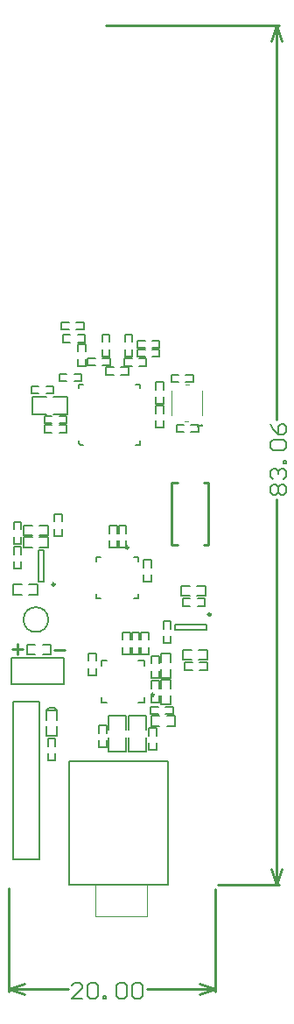
<source format=gto>
%FSLAX24Y24*%
%MOIN*%
G70*
G01*
G75*
G04 Layer_Color=65535*
%ADD10C,0.0197*%
%ADD11C,0.0276*%
%ADD12R,0.0250X0.0200*%
%ADD13R,0.0827X0.0689*%
%ADD14R,0.1142X0.0689*%
%ADD15R,0.1142X0.0886*%
%ADD16R,0.0433X0.0236*%
%ADD17R,0.0300X0.0300*%
%ADD18R,0.0300X0.0300*%
%ADD19R,0.0236X0.0433*%
%ADD20R,0.0335X0.1693*%
%ADD21R,0.0200X0.0250*%
%ADD22C,0.0472*%
%ADD23R,0.1102X0.1102*%
%ADD24O,0.0256X0.0138*%
%ADD25O,0.0138X0.0256*%
%ADD26R,0.0591X0.0512*%
%ADD27R,0.0320X0.0300*%
%ADD28R,0.1024X0.1024*%
%ADD29O,0.0098X0.0276*%
%ADD30O,0.0276X0.0098*%
%ADD31R,0.0433X0.0472*%
%ADD32R,0.0354X0.0110*%
%ADD33R,0.0110X0.0354*%
%ADD34R,0.0110X0.0354*%
%ADD35R,0.0512X0.0591*%
%ADD36C,0.0250*%
%ADD37C,0.0150*%
%ADD38C,0.0100*%
%ADD39C,0.0300*%
%ADD40C,0.0400*%
%ADD41C,0.0200*%
%ADD42C,0.0080*%
%ADD43C,0.0350*%
%ADD44C,0.0120*%
%ADD45C,0.0059*%
%ADD46C,0.0500*%
%ADD47C,0.0060*%
%ADD48R,0.0579X0.0630*%
%ADD49R,0.0190X0.0515*%
%ADD50R,0.1180X0.0320*%
%ADD51R,0.0595X0.1290*%
%ADD52R,0.0400X0.0900*%
%ADD53R,0.1029X0.0407*%
%ADD54R,0.0550X0.1050*%
%ADD55R,0.0879X0.3300*%
%ADD56R,0.0570X0.1500*%
%ADD57C,0.0787*%
%ADD58C,0.0866*%
%ADD59R,0.0591X0.0591*%
%ADD60C,0.0591*%
%ADD61R,0.0591X0.0591*%
%ADD62C,0.0320*%
%ADD63C,0.0260*%
%ADD64R,0.1400X0.1000*%
%ADD65C,0.0098*%
%ADD66C,0.0039*%
%ADD67C,0.0079*%
%ADD68C,0.0050*%
%ADD69C,0.0043*%
D38*
X3700Y32700D02*
X10320D01*
X7984Y0D02*
X10320D01*
X10220Y17700D02*
Y32700D01*
Y0D02*
Y14680D01*
X10020Y32100D02*
X10220Y32700D01*
X10420Y32100D01*
X10220Y0D02*
X10420Y600D01*
X10020D02*
X10220Y0D01*
X7874Y-4070D02*
Y-150D01*
X0Y-4070D02*
Y-110D01*
X5287Y-3970D02*
X7874D01*
X0D02*
X2267D01*
X7274Y-3770D02*
X7874Y-3970D01*
X7274Y-4170D02*
X7874Y-3970D01*
X0D02*
X600Y-4170D01*
X0Y-3970D02*
X600Y-3770D01*
X7600Y12938D02*
Y15300D01*
X6222Y12938D02*
Y15300D01*
X7450Y12938D02*
X7600D01*
X6222D02*
X6450D01*
X7450Y15300D02*
X7600D01*
X6222D02*
X6450D01*
X540Y8980D02*
X140D01*
X340Y8780D02*
Y9180D01*
X2140Y8960D02*
X1740D01*
D45*
X1522Y10100D02*
G03*
X1522Y10100I-472J0D01*
G01*
D47*
X7570Y8190D02*
Y8470D01*
X6730Y8190D02*
Y8470D01*
X7290D02*
X7570D01*
X7290Y8190D02*
X7570D01*
X6730D02*
X7010D01*
X6730Y8470D02*
X7010D01*
X5810Y7890D02*
Y8210D01*
X6190Y7890D02*
Y8210D01*
Y8490D02*
Y8810D01*
X5810Y8490D02*
Y8810D01*
Y7890D02*
X6190D01*
X5810Y8810D02*
X6190D01*
X5810Y6890D02*
Y7210D01*
X6190Y6890D02*
Y7210D01*
Y7490D02*
Y7810D01*
X5810Y7490D02*
Y7810D01*
Y6890D02*
X6190D01*
X5810Y7810D02*
X6190D01*
X6040Y6060D02*
X6360D01*
X6040Y6440D02*
X6360D01*
X5440D02*
X5760D01*
X5440Y6060D02*
X5760D01*
X6360D02*
Y6440D01*
X5440Y6060D02*
Y6440D01*
X210Y12030D02*
X490D01*
X210Y12870D02*
X490D01*
X490Y12030D02*
Y12310D01*
X210Y12030D02*
Y12310D01*
X210Y12870D02*
X210Y12590D01*
X490Y12590D02*
Y12870D01*
X1760Y13280D02*
X2040D01*
X1760Y14120D02*
X2040D01*
Y13280D02*
Y13560D01*
X1760Y13280D02*
Y13560D01*
Y13840D02*
Y14120D01*
X2040Y13840D02*
Y14120D01*
X6590Y11390D02*
X6910D01*
X6590Y11010D02*
X6910D01*
X7190D02*
X7510D01*
X7190Y11390D02*
X7510D01*
X6590Y11010D02*
Y11390D01*
X7510Y11010D02*
Y11390D01*
X590Y13240D02*
X910Y13240D01*
X590Y12860D02*
X910D01*
X1190D02*
X1510D01*
X1190Y13240D02*
X1510Y13240D01*
X590Y13240D02*
X590Y12860D01*
X1510D02*
Y13240D01*
X590Y13690D02*
X910Y13690D01*
X590Y13310D02*
X910D01*
X1190D02*
X1510D01*
X1190Y13690D02*
X1510Y13690D01*
X590Y13690D02*
X590Y13310D01*
X1510D02*
X1510Y13690D01*
X790Y11060D02*
X1110Y11060D01*
X790Y11440D02*
X1110D01*
X190D02*
X510D01*
X190Y11060D02*
X510Y11060D01*
X1110Y11440D02*
X1110Y11060D01*
X190D02*
X190Y11440D01*
X6650Y8960D02*
X6970D01*
X6650Y8580D02*
X6970D01*
X7250D02*
X7570D01*
X7250Y8960D02*
X7570D01*
X6650Y8580D02*
Y8960D01*
X7570Y8580D02*
Y8960D01*
X5910Y9200D02*
X6190D01*
X5910Y10040D02*
X6190D01*
Y9200D02*
Y9480D01*
X5910Y9200D02*
Y9480D01*
Y9760D02*
Y10040D01*
X6190Y9760D02*
Y10040D01*
X1310Y8770D02*
X1630D01*
X1310Y9150D02*
X1630D01*
X710D02*
X1030D01*
X710Y8770D02*
X1030D01*
X1630Y9150D02*
X1630Y8770D01*
X710D02*
X710Y9150D01*
X5060Y8780D02*
Y9060D01*
X5340Y8780D02*
Y9060D01*
Y9340D02*
Y9620D01*
X5060Y9340D02*
Y9620D01*
Y8780D02*
X5340D01*
X5060Y9620D02*
X5340D01*
X2030Y21410D02*
X2310D01*
X2030Y21130D02*
X2310D01*
X2590D02*
X2870D01*
X2590Y21410D02*
X2870D01*
X2030Y21130D02*
Y21410D01*
X2870Y21130D02*
Y21410D01*
X6640Y10900D02*
X6920D01*
X6640Y10620D02*
X6920D01*
X7200D02*
X7480D01*
X7200Y10900D02*
X7480D01*
X6640Y10620D02*
Y10900D01*
X7480Y10620D02*
Y10900D01*
X490Y13540D02*
Y13820D01*
X210Y13540D02*
Y13820D01*
Y12980D02*
Y13260D01*
X490Y12980D02*
Y13260D01*
X210Y13820D02*
X490D01*
X210Y12980D02*
X490D01*
X10080Y14840D02*
X9980Y14940D01*
Y15140D01*
X10080Y15240D01*
X10180D01*
X10280Y15140D01*
X10380Y15240D01*
X10480D01*
X10580Y15140D01*
Y14940D01*
X10480Y14840D01*
X10380D01*
X10280Y14940D01*
X10180Y14840D01*
X10080D01*
X10280Y14940D02*
Y15140D01*
X10080Y15440D02*
X9980Y15540D01*
Y15740D01*
X10080Y15840D01*
X10180D01*
X10280Y15740D01*
Y15640D01*
Y15740D01*
X10380Y15840D01*
X10480D01*
X10580Y15740D01*
Y15540D01*
X10480Y15440D01*
X10580Y16040D02*
X10480D01*
Y16140D01*
X10580D01*
Y16040D01*
X10080Y16540D02*
X9980Y16640D01*
Y16840D01*
X10080Y16940D01*
X10480D01*
X10580Y16840D01*
Y16640D01*
X10480Y16540D01*
X10080D01*
X9980Y17540D02*
X10080Y17340D01*
X10280Y17140D01*
X10480D01*
X10580Y17240D01*
Y17440D01*
X10480Y17540D01*
X10380D01*
X10280Y17440D01*
Y17140D01*
X2827Y-4330D02*
X2427D01*
X2827Y-3930D01*
Y-3830D01*
X2727Y-3730D01*
X2527D01*
X2427Y-3830D01*
X3027D02*
X3127Y-3730D01*
X3327D01*
X3427Y-3830D01*
Y-4230D01*
X3327Y-4330D01*
X3127D01*
X3027Y-4230D01*
Y-3830D01*
X3627Y-4330D02*
Y-4230D01*
X3727D01*
Y-4330D01*
X3627D01*
X4127Y-3830D02*
X4227Y-3730D01*
X4427D01*
X4527Y-3830D01*
Y-4230D01*
X4427Y-4330D01*
X4227D01*
X4127Y-4230D01*
Y-3830D01*
X4727D02*
X4827Y-3730D01*
X5027D01*
X5127Y-3830D01*
Y-4230D01*
X5027Y-4330D01*
X4827D01*
X4727Y-4230D01*
Y-3830D01*
D65*
X1772Y11441D02*
G03*
X1772Y11441I-49J0D01*
G01*
X7708Y10292D02*
G03*
X7708Y10292I-49J0D01*
G01*
X4583Y12842D02*
G03*
X4583Y12842I-49J0D01*
G01*
X5555Y7244D02*
G03*
X5555Y7244I-49J0D01*
G01*
D66*
X3314Y-1181D02*
Y0D01*
Y-1181D02*
X5283D01*
Y0D01*
D67*
X2330D02*
X6070D01*
X2330Y4724D02*
X2330Y0D01*
X2330Y4724D02*
X6070Y4724D01*
Y0D02*
Y4724D01*
X1152Y11559D02*
X1348D01*
X1152Y12741D02*
X1348D01*
Y11559D02*
Y12741D01*
X1152Y11559D02*
Y12741D01*
X7541Y9722D02*
Y9918D01*
X6359Y9722D02*
Y9918D01*
X7541D01*
X6359Y9722D02*
X7541Y9722D01*
X180Y6980D02*
X1180D01*
X180Y980D02*
X1180D01*
X180D02*
Y6980D01*
X1180Y980D02*
Y6980D01*
X100Y7650D02*
Y8650D01*
X2100D01*
Y7650D02*
Y8650D01*
X100Y7650D02*
X2100D01*
X3363Y12487D02*
X3530Y12487D01*
X3363Y12320D02*
Y12487D01*
Y10913D02*
Y11080D01*
Y10913D02*
X3530D01*
X4770D02*
X4937D01*
X4937Y11080D01*
X4937Y12487D02*
X4937Y12320D01*
X4770Y12487D02*
X4937Y12487D01*
X5171Y8337D02*
Y8543D01*
X4964D02*
X5171D01*
X3557D02*
X3763D01*
X3557Y8337D02*
Y8543D01*
Y6929D02*
Y7136D01*
Y6929D02*
X3763D01*
X4964Y6929D02*
X5171D01*
Y7136D01*
D68*
X3829Y5622D02*
X3829Y5091D01*
X4498Y5622D02*
X4498Y5091D01*
X3829D02*
X4498D01*
X4498Y5898D02*
X4498Y6430D01*
X3829Y5898D02*
Y6430D01*
X4498Y6430D01*
X5160Y11530D02*
X5160Y11810D01*
X5440D02*
X5440Y11530D01*
Y12090D02*
X5440Y12370D01*
X5160Y12090D02*
X5160Y12370D01*
X5160Y11530D02*
X5440D01*
X5160Y12370D02*
X5440D01*
X1740Y6730D02*
X1840Y6630D01*
Y6280D02*
Y6630D01*
X1440Y6630D02*
X1540Y6730D01*
X1440Y6280D02*
Y6630D01*
X1840Y6630D01*
X1540Y6730D02*
X1740D01*
X1440Y5680D02*
X1840D01*
Y6030D01*
X1440Y5680D02*
Y6030D01*
X4210Y12830D02*
X4210Y13110D01*
X4490Y12830D02*
Y13110D01*
X4490Y13670D02*
X4490Y13390D01*
X4210D02*
X4210Y13670D01*
X4210Y12830D02*
X4490D01*
X4210Y13670D02*
X4490D01*
X3860Y12830D02*
Y13110D01*
X4140D02*
X4140Y12830D01*
X4140Y13670D02*
X4140Y13390D01*
X3860D02*
X3860Y13670D01*
Y12830D02*
X4140D01*
X3860Y13670D02*
X4140D01*
X1500Y4730D02*
Y5010D01*
X1780Y4730D02*
Y5010D01*
X1780Y5570D02*
X1780Y5290D01*
X1500D02*
X1500Y5570D01*
X1500Y4730D02*
X1780D01*
X1500Y5570D02*
X1780D01*
X5640Y5690D02*
Y5970D01*
X5360D02*
X5360Y5690D01*
X5360Y5410D02*
X5360Y5130D01*
X5640Y5130D02*
X5640Y5410D01*
X5360Y5970D02*
X5640D01*
X5360Y5130D02*
X5640Y5130D01*
X3460Y5230D02*
Y5510D01*
X3740Y5230D02*
Y5510D01*
X3740Y6070D02*
X3740Y5790D01*
X3460D02*
X3460Y6070D01*
X3460Y5230D02*
X3740Y5230D01*
X3460Y6070D02*
X3740D01*
X4579Y5091D02*
Y5622D01*
X5248Y5091D02*
Y5622D01*
X4579Y5091D02*
X5248D01*
X5248Y5898D02*
X5248Y6430D01*
X4579D02*
X4579Y5898D01*
X4579Y6430D02*
X5248D01*
X4716Y8774D02*
Y9054D01*
X4996Y8774D02*
Y9054D01*
X4996Y9614D02*
X4996Y9334D01*
X4716D02*
X4716Y9614D01*
Y8774D02*
X4996D01*
X4716Y9614D02*
X4996Y9614D01*
X4360Y8780D02*
X4360Y9060D01*
X4640Y8780D02*
Y9060D01*
Y9620D02*
X4640Y9340D01*
X4360D02*
X4360Y9620D01*
X4360Y8780D02*
X4640D01*
X4360Y9620D02*
X4640D01*
X3060Y7980D02*
X3060Y8260D01*
X3340D02*
X3340Y7980D01*
Y8540D02*
Y8820D01*
X3060Y8540D02*
Y8820D01*
Y7980D02*
X3340D01*
X3060Y8820D02*
X3340D01*
X5460Y7880D02*
Y8160D01*
X5740Y7880D02*
Y8160D01*
X5740Y8720D02*
X5740Y8440D01*
X5460D02*
Y8720D01*
X5460Y7880D02*
X5740D01*
X5460Y8720D02*
X5740D01*
X5460Y6930D02*
Y7210D01*
X5740D02*
X5740Y6930D01*
X5740Y7770D02*
X5740Y7490D01*
X5460D02*
X5460Y7770D01*
X5460Y6930D02*
X5740D01*
X5460Y7770D02*
X5740D01*
X5990Y6510D02*
X6270D01*
X5990Y6790D02*
X6270D01*
X5430Y6790D02*
X5710Y6790D01*
X5430Y6510D02*
X5710Y6510D01*
X6270D02*
Y6790D01*
X5430Y6510D02*
Y6790D01*
X2693Y16803D02*
Y16903D01*
X2743Y16753D02*
X2843Y16753D01*
X2693Y16803D02*
X2743Y16753D01*
X4857Y19057D02*
X5007D01*
Y18907D02*
Y19057D01*
X2693Y18907D02*
Y19057D01*
X2843D01*
X5007Y16753D02*
Y16903D01*
X4857Y16753D02*
X5007D01*
X5630Y18300D02*
X5910D01*
X5630Y19140D02*
X5910D01*
Y18300D02*
Y18580D01*
X5630Y18300D02*
X5630Y18580D01*
X5630Y19140D02*
X5630Y18860D01*
X5910D02*
Y19140D01*
X2780Y19170D02*
Y19450D01*
X1940Y19170D02*
Y19450D01*
X2500D02*
X2780D01*
X2500Y19170D02*
X2780D01*
X1940D02*
X2220D01*
X1940Y19450D02*
X2220D01*
X1720Y18710D02*
Y18990D01*
X880Y18710D02*
Y18990D01*
X1440Y18990D02*
X1720D01*
X1440Y18710D02*
X1720D01*
X880Y18710D02*
X1160Y18710D01*
X880Y18990D02*
X1160D01*
X5260Y19760D02*
Y20040D01*
X4420Y19760D02*
Y20040D01*
X4980D02*
X5260D01*
X4980Y19760D02*
X5260D01*
X4420D02*
X4700D01*
X4420Y20040D02*
X4700D01*
X4570Y19420D02*
Y19700D01*
X3730Y19420D02*
Y19700D01*
X4290D02*
X4570D01*
X4290Y19420D02*
X4570D01*
X3730D02*
X4010D01*
X3730Y19700D02*
X4010D01*
X3030Y19770D02*
Y20050D01*
X3870Y19770D02*
Y20050D01*
X3030Y19770D02*
X3310D01*
X3030Y20050D02*
X3310D01*
X3590D02*
X3870D01*
X3590Y19770D02*
X3870D01*
X2920Y20650D02*
Y20930D01*
X2080Y20650D02*
Y20930D01*
X2640Y20930D02*
X2920D01*
X2640Y20650D02*
X2920D01*
X2080D02*
X2360D01*
X2080Y20930D02*
X2360D01*
X6200Y19130D02*
X6200Y19410D01*
X7040Y19130D02*
Y19410D01*
X6200Y19130D02*
X6480D01*
X6200Y19410D02*
X6480Y19410D01*
X6760D02*
X7040D01*
X6760Y19130D02*
X7040D01*
X7240Y17510D02*
X7240Y17230D01*
X6400D02*
Y17510D01*
X6960D02*
X7240Y17510D01*
X6960Y17230D02*
X7240D01*
X6400D02*
X6680D01*
X6400Y17510D02*
X6680D01*
X5630Y18240D02*
X5910D01*
X5630Y17400D02*
X5910D01*
X5630Y17960D02*
Y18240D01*
X5910Y17960D02*
Y18240D01*
X5910Y17680D02*
X5910Y17400D01*
X5630D02*
X5630Y17680D01*
X4920Y20100D02*
Y20380D01*
X5760Y20100D02*
Y20380D01*
X4920Y20100D02*
X5200D01*
X4920Y20380D02*
X5200D01*
X5480D02*
X5760D01*
X5480Y20100D02*
X5760D01*
X4920Y20440D02*
Y20720D01*
X5760Y20440D02*
Y20720D01*
X4920Y20440D02*
X5200D01*
X4920Y20720D02*
X5200D01*
X5480D02*
X5760D01*
X5480Y20440D02*
X5760D01*
X4450Y20110D02*
X4730D01*
X4450Y20950D02*
X4730D01*
Y20110D02*
Y20390D01*
X4450Y20110D02*
X4450Y20390D01*
X4450Y20950D02*
X4450Y20670D01*
X4730D02*
Y20950D01*
X2660Y19740D02*
X2940D01*
X2660Y20580D02*
X2940D01*
Y19740D02*
Y20020D01*
X2660Y19740D02*
Y20020D01*
Y20300D02*
Y20580D01*
X2940Y20300D02*
Y20580D01*
X3570Y20950D02*
X3850D01*
X3570Y20110D02*
X3850D01*
X3570Y20950D02*
X3570Y20670D01*
X3850Y20670D02*
Y20950D01*
Y20110D02*
Y20390D01*
X3570Y20110D02*
X3570Y20390D01*
X1380Y17220D02*
Y17500D01*
X2220Y17220D02*
Y17500D01*
X1380Y17220D02*
X1660D01*
X1380Y17500D02*
X1660D01*
X1940D02*
X2220D01*
X1940Y17220D02*
X2220D01*
X1380Y17570D02*
Y17850D01*
X2220Y17570D02*
Y17850D01*
X1380Y17570D02*
X1660D01*
X1380Y17850D02*
X1660D01*
X1940Y17850D02*
X2220D01*
X1940Y17570D02*
X2220Y17570D01*
X907Y17925D02*
Y18595D01*
Y17925D02*
X1438D01*
X907Y18595D02*
X1438D01*
X2245Y17925D02*
Y18595D01*
X1714D02*
X2245D01*
X1714Y17925D02*
X2245D01*
X7230Y17510D02*
Y17460D01*
Y17485D01*
X7380D01*
X7355Y17510D01*
D69*
X6721Y17640D02*
X6858Y17640D01*
X7391Y17870D02*
Y18820D01*
X6735Y19050D02*
X6881D01*
X6201Y17870D02*
Y18820D01*
M02*

</source>
